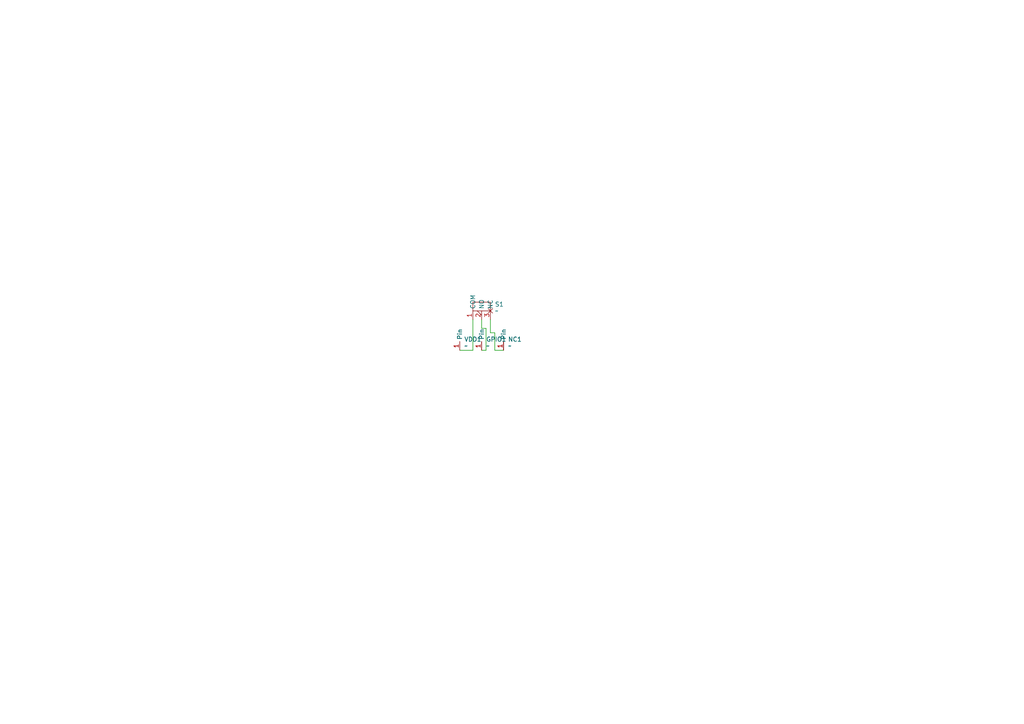
<source format=kicad_sch>
(kicad_sch (version 20231120) (generator "eeschema") (generator_version "8.0")
  (paper "A4")
  (lib_symbols
    (symbol "BardBarian_Symbols:Header_Pin"
      (property "Reference" "H" (at 0 0 0))
      (symbol "Header_Pin_1_1"
        (pin bidirectional line (at 0 0 90) (length 2.54) (name "Pin") (number "1"))
      )
    )
    (symbol "BardBarian_Symbols:Kailh_GM_4.0_Red_CMI126601D01"
      (property "Reference" "S" (at 0 0 0))
      (symbol "Kailh_GM_4.0_Red_CMI126601D01_1_1"
        (rectangle (start -2.54 1.27) (end 2.54 -1.27))
        (pin input line (at -2.54 -3.81 90) (length 2.54) (name "COM") (number "1"))
        (pin output output_low (at 0 -3.81 90) (length 2.54) (name "NO") (number "2"))
        (pin passive non_logic (at 2.54 -3.81 90) (length 2.54) (name "NC") (number "3"))
      )
    )
  )
  (wire (pts (xy 142.24 92.71) (xy 142.24 96.52)))
  (wire (pts (xy 143.51 96.52) (xy 143.51 101.6)))
  (wire (pts (xy 140.97 101.6) (xy 139.7 101.6)))
  (wire (pts (xy 137.16 92.71) (xy 137.16 101.6)))
  (wire (pts (xy 137.16 101.6) (xy 133.35 101.6)))
  (wire (pts (xy 140.97 95.25) (xy 140.97 101.6)))
  (wire (pts (xy 139.7 95.25) (xy 140.97 95.25)))
  (wire (pts (xy 143.51 101.6) (xy 146.05 101.6)))
  (wire (pts (xy 142.24 96.52) (xy 143.51 96.52)))
  (wire (pts (xy 139.7 92.71) (xy 139.7 95.25)))
  (symbol (lib_id "BardBarian_Symbols:Header_Pin") (at 146.05 101.6 0) (unit 1)
    (property "Reference" "NC1" (at 147.32 98.4249 0) (effects (justify left)))
    (property "Value" "~" (at 147.32 100.33 0) (effects (justify left)))
    (property "Footprint" "BardBarian_Footprints:Header" (effects (hide yes)))
  )
  (symbol (lib_id "BardBarian_Symbols:Header_Pin") (at 139.7 101.6 0) (unit 1)
    (property "Reference" "GPIO1" (at 140.97 98.4249 0) (effects (justify left)))
    (property "Value" "~" (at 140.97 100.33 0) (effects (justify left)))
    (property "Footprint" "BardBarian_Footprints:Header" (effects (hide yes)))
  )
  (symbol (lib_id "BardBarian_Symbols:Header_Pin") (at 133.35 101.6 0) (unit 1)
    (property "Reference" "VDD1" (at 134.62 98.4249 0) (effects (justify left)))
    (property "Value" "~" (at 134.62 100.33 0) (effects (justify left)))
    (property "Footprint" "BardBarian_Footprints:Header" (effects (hide yes)))
  )
  (symbol (lib_id "BardBarian_Symbols:Kailh_GM_4.0_Red_CMI126601D01") (at 139.7 88.9 0) (unit 1)
    (property "Reference" "S1" (at 143.51 88.2649 0) (effects (justify left)))
    (property "Value" "~" (at 143.51 90.17 0) (effects (justify left)))
    (property "Footprint" "BardBarian_Footprints:Kailh GM 4.0 Red CMI126601D01" (effects (hide yes)))
  )
)
</source>
